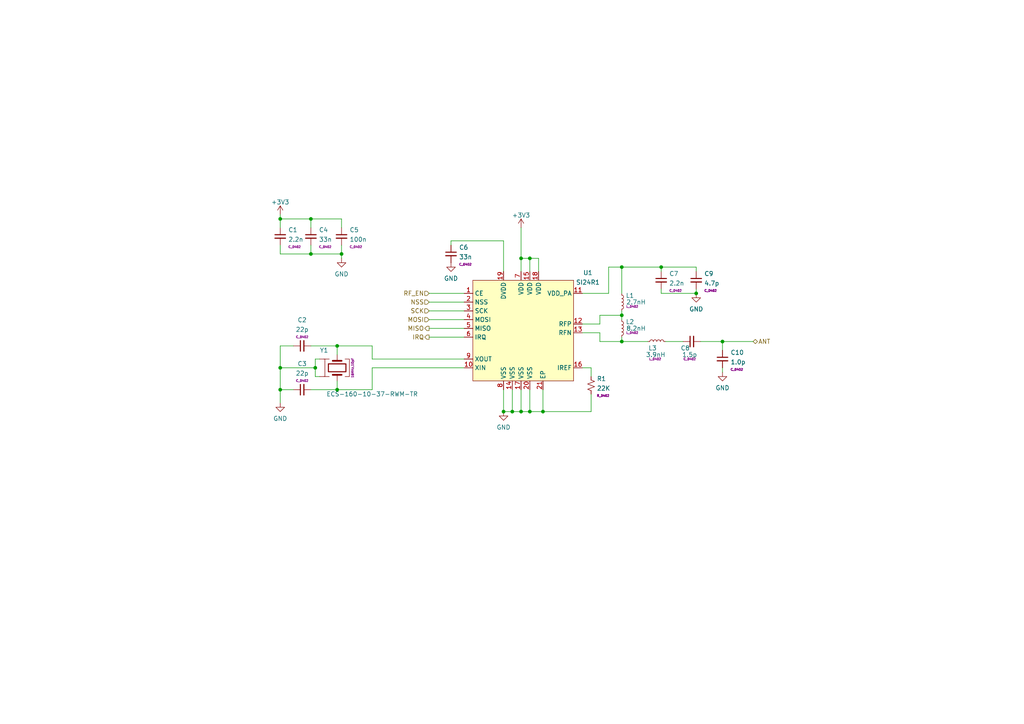
<source format=kicad_sch>
(kicad_sch (version 20211123) (generator eeschema)

  (uuid 3aa8fb0d-b354-43e3-b928-83174e118de7)

  (paper "A4")

  (lib_symbols
    (symbol "C_Capacitor:C_0402" (pin_numbers hide) (pin_names (offset 1.016)) (in_bom yes) (on_board yes)
      (property "Reference" "C" (id 0) (at 3.175 1.905 0)
        (effects (font (size 1.27 1.27)))
      )
      (property "Value" "C_0402" (id 1) (at 5.715 0 0)
        (effects (font (size 1.27 1.27)))
      )
      (property "Footprint" "C_Capacitor:C_0402" (id 2) (at -3.175 0 90)
        (effects (font (size 1.27 1.27)) hide)
      )
      (property "Datasheet" "" (id 3) (at 2.54 2.54 0)
        (effects (font (size 1.27 1.27)) hide)
      )
      (property "Size" "C_0402" (id 4) (at 4.445 -1.905 0)
        (effects (font (size 0.635 0.635)))
      )
      (symbol "C_0402_1_1"
        (polyline
          (pts
            (xy -1.524 -0.508)
            (xy 1.524 -0.508)
          )
          (stroke (width 0.3302) (type default) (color 0 0 0 0))
          (fill (type none))
        )
        (polyline
          (pts
            (xy -1.524 0.508)
            (xy 1.524 0.508)
          )
          (stroke (width 0.3048) (type default) (color 0 0 0 0))
          (fill (type none))
        )
        (pin passive line (at 0 2.54 270) (length 2.032)
          (name "~" (effects (font (size 1.27 1.27))))
          (number "1" (effects (font (size 1.27 1.27))))
        )
        (pin passive line (at 0 -2.54 90) (length 2.032)
          (name "~" (effects (font (size 1.27 1.27))))
          (number "2" (effects (font (size 1.27 1.27))))
        )
      )
    )
    (symbol "L_Inductor:L_0402" (pin_numbers hide) (pin_names hide) (in_bom yes) (on_board yes)
      (property "Reference" "L" (id 0) (at 1.905 1.27 0)
        (effects (font (size 1.27 1.27)))
      )
      (property "Value" "L_0402" (id 1) (at 5.715 -0.635 0)
        (effects (font (size 1.27 1.27)))
      )
      (property "Footprint" "L_Inductor:FB_0402" (id 2) (at 10.16 -2.54 0)
        (effects (font (size 1.27 1.27)) hide)
      )
      (property "Datasheet" "" (id 3) (at 18.415 2.54 0)
        (effects (font (size 1.27 1.27)) hide)
      )
      (property "Size" "L_0402" (id 4) (at 2.54 -2.54 0)
        (effects (font (size 0.635 0.635)))
      )
      (symbol "L_0402_0_1"
        (arc (start 0 -2.032) (mid 0.508 -1.524) (end 0 -1.016)
          (stroke (width 0) (type default) (color 0 0 0 0))
          (fill (type none))
        )
        (arc (start 0 -1.016) (mid 0.508 -0.508) (end 0 0)
          (stroke (width 0) (type default) (color 0 0 0 0))
          (fill (type none))
        )
        (arc (start 0 0) (mid 0.508 0.508) (end 0 1.016)
          (stroke (width 0) (type default) (color 0 0 0 0))
          (fill (type none))
        )
        (arc (start 0 1.016) (mid 0.508 1.524) (end 0 2.032)
          (stroke (width 0) (type default) (color 0 0 0 0))
          (fill (type none))
        )
      )
      (symbol "L_0402_1_1"
        (pin passive line (at 0 2.54 270) (length 0.508)
          (name "~" (effects (font (size 1.27 1.27))))
          (number "1" (effects (font (size 1.27 1.27))))
        )
        (pin passive line (at 0 -2.54 90) (length 0.508)
          (name "~" (effects (font (size 1.27 1.27))))
          (number "2" (effects (font (size 1.27 1.27))))
        )
      )
    )
    (symbol "R_Resistor:R_0402" (pin_numbers hide) (pin_names (offset 1.016)) (in_bom yes) (on_board yes)
      (property "Reference" "R" (id 0) (at 2.54 1.905 0)
        (effects (font (size 1.27 1.27)))
      )
      (property "Value" "R_0402" (id 1) (at 5.08 0 0)
        (effects (font (size 1.27 1.27)))
      )
      (property "Footprint" "R_Resistor:R_0402" (id 2) (at -2.54 0 90)
        (effects (font (size 1.27 1.27)) hide)
      )
      (property "Datasheet" "" (id 3) (at -2.54 -3.81 0)
        (effects (font (size 1.27 1.27)) hide)
      )
      (property "Size" "R_0402" (id 4) (at 3.81 -1.905 0)
        (effects (font (size 0.635 0.635)))
      )
      (symbol "R_0402_1_1"
        (polyline
          (pts
            (xy 0 0)
            (xy 1.016 -0.381)
            (xy 0 -0.762)
            (xy -1.016 -1.143)
            (xy 0 -1.524)
          )
          (stroke (width 0) (type default) (color 0 0 0 0))
          (fill (type none))
        )
        (polyline
          (pts
            (xy 0 1.524)
            (xy 1.016 1.143)
            (xy 0 0.762)
            (xy -1.016 0.381)
            (xy 0 0)
          )
          (stroke (width 0) (type default) (color 0 0 0 0))
          (fill (type none))
        )
        (pin passive line (at 0 2.54 270) (length 1.016)
          (name "~" (effects (font (size 1.27 1.27))))
          (number "1" (effects (font (size 1.27 1.27))))
        )
        (pin passive line (at 0 -2.54 90) (length 1.016)
          (name "~" (effects (font (size 1.27 1.27))))
          (number "2" (effects (font (size 1.27 1.27))))
        )
      )
    )
    (symbol "SI24R1_1" (in_bom yes) (on_board yes)
      (property "Reference" "U" (id 0) (at 1.27 31.75 0)
        (effects (font (size 1.27 1.27)))
      )
      (property "Value" "SI24R1_1" (id 1) (at 15.24 15.24 0)
        (effects (font (size 1.27 1.27)))
      )
      (property "Footprint" "U_IC:QFN20_05_4x4_EP" (id 2) (at 15.24 -12.7 0)
        (effects (font (size 1.27 1.27)) hide)
      )
      (property "Datasheet" "" (id 3) (at -30.48 -2.54 0)
        (effects (font (size 1.27 1.27)) hide)
      )
      (property "ki_keywords" "RF TRANSCEIVER 2.4GHZ SPI" (id 4) (at 0 0 0)
        (effects (font (size 1.27 1.27)) hide)
      )
      (property "ki_description" "RF TRANSCEIVER 2.4GHZ SPI" (id 5) (at 0 0 0)
        (effects (font (size 1.27 1.27)) hide)
      )
      (symbol "SI24R1_1_0_1"
        (rectangle (start 0 29.21) (end 29.21 0)
          (stroke (width 0.1524) (type default) (color 0 0 0 0))
          (fill (type background))
        )
      )
      (symbol "SI24R1_1_1_1"
        (pin input line (at -2.54 25.4 0) (length 2.54)
          (name "CE" (effects (font (size 1.27 1.27))))
          (number "1" (effects (font (size 1.27 1.27))))
        )
        (pin input line (at -2.54 3.81 0) (length 2.54)
          (name "XIN" (effects (font (size 1.27 1.27))))
          (number "10" (effects (font (size 1.27 1.27))))
        )
        (pin power_out line (at 31.75 25.4 180) (length 2.54)
          (name "VDD_PA" (effects (font (size 1.27 1.27))))
          (number "11" (effects (font (size 1.27 1.27))))
        )
        (pin bidirectional line (at 31.75 16.51 180) (length 2.54)
          (name "RFP" (effects (font (size 1.27 1.27))))
          (number "12" (effects (font (size 1.27 1.27))))
        )
        (pin bidirectional line (at 31.75 13.97 180) (length 2.54)
          (name "RFN" (effects (font (size 1.27 1.27))))
          (number "13" (effects (font (size 1.27 1.27))))
        )
        (pin power_in line (at 11.43 -2.54 90) (length 2.54)
          (name "VSS" (effects (font (size 1.27 1.27))))
          (number "14" (effects (font (size 1.27 1.27))))
        )
        (pin power_in line (at 16.51 31.75 270) (length 2.54)
          (name "VDD" (effects (font (size 1.27 1.27))))
          (number "15" (effects (font (size 1.27 1.27))))
        )
        (pin passive line (at 31.75 3.81 180) (length 2.54)
          (name "IREF" (effects (font (size 1.27 1.27))))
          (number "16" (effects (font (size 1.27 1.27))))
        )
        (pin power_in line (at 13.97 -2.54 90) (length 2.54)
          (name "VSS" (effects (font (size 1.27 1.27))))
          (number "17" (effects (font (size 1.27 1.27))))
        )
        (pin power_in line (at 19.05 31.75 270) (length 2.54)
          (name "VDD" (effects (font (size 1.27 1.27))))
          (number "18" (effects (font (size 1.27 1.27))))
        )
        (pin power_out line (at 8.89 31.75 270) (length 2.54)
          (name "DVDD" (effects (font (size 1.27 1.27))))
          (number "19" (effects (font (size 1.27 1.27))))
        )
        (pin input line (at -2.54 22.86 0) (length 2.54)
          (name "NSS" (effects (font (size 1.27 1.27))))
          (number "2" (effects (font (size 1.27 1.27))))
        )
        (pin power_in line (at 16.51 -2.54 90) (length 2.54)
          (name "VSS" (effects (font (size 1.27 1.27))))
          (number "20" (effects (font (size 1.27 1.27))))
        )
        (pin power_in line (at 20.32 -2.54 90) (length 2.54)
          (name "EP" (effects (font (size 1.27 1.27))))
          (number "21" (effects (font (size 1.27 1.27))))
        )
        (pin input line (at -2.54 20.32 0) (length 2.54)
          (name "SCK" (effects (font (size 1.27 1.27))))
          (number "3" (effects (font (size 1.27 1.27))))
        )
        (pin input line (at -2.54 17.78 0) (length 2.54)
          (name "MOSI" (effects (font (size 1.27 1.27))))
          (number "4" (effects (font (size 1.27 1.27))))
        )
        (pin output line (at -2.54 15.24 0) (length 2.54)
          (name "MISO" (effects (font (size 1.27 1.27))))
          (number "5" (effects (font (size 1.27 1.27))))
        )
        (pin output line (at -2.54 12.7 0) (length 2.54)
          (name "IRQ" (effects (font (size 1.27 1.27))))
          (number "6" (effects (font (size 1.27 1.27))))
        )
        (pin power_in line (at 13.97 31.75 270) (length 2.54)
          (name "VDD" (effects (font (size 1.27 1.27))))
          (number "7" (effects (font (size 1.27 1.27))))
        )
        (pin power_in line (at 8.89 -2.54 90) (length 2.54)
          (name "VSS" (effects (font (size 1.27 1.27))))
          (number "8" (effects (font (size 1.27 1.27))))
        )
        (pin output line (at -2.54 6.35 0) (length 2.54)
          (name "XOUT" (effects (font (size 1.27 1.27))))
          (number "9" (effects (font (size 1.27 1.27))))
        )
      )
    )
    (symbol "Y_Oscillator:ECS-160-10-37-RWM-TR" (pin_numbers hide) (pin_names hide) (in_bom yes) (on_board yes)
      (property "Reference" "Y" (id 0) (at -1.905 6.35 0)
        (effects (font (size 1.27 1.27)))
      )
      (property "Value" "ECS-160-10-37-RWM-TR" (id 1) (at 0 4.445 0)
        (effects (font (size 1.27 1.27)))
      )
      (property "Footprint" "Y_Oscillator:Crystal_SMD4_2.0x1.6" (id 2) (at 0 -12.065 0)
        (effects (font (size 1.27 1.27)) hide)
      )
      (property "Datasheet" "" (id 3) (at -19.05 5.08 0)
        (effects (font (size 1.27 1.27)) hide)
      )
      (property "Params" "16MHz,10pF" (id 4) (at 6.35 2.54 0)
        (effects (font (size 0.63 0.63)))
      )
      (property "ki_keywords" "CRYSTAL 16.0000MHZ 10PF SMD" (id 5) (at 0 0 0)
        (effects (font (size 1.27 1.27)) hide)
      )
      (property "ki_description" "CRYSTAL 16.0000MHZ 10PF SMD" (id 6) (at 0 0 0)
        (effects (font (size 1.27 1.27)) hide)
      )
      (symbol "ECS-160-10-37-RWM-TR_0_1"
        (rectangle (start -1.143 2.54) (end 1.143 -2.54)
          (stroke (width 0.3048) (type default) (color 0 0 0 0))
          (fill (type none))
        )
        (polyline
          (pts
            (xy -2.54 -3.81)
            (xy -2.54 -3.556)
          )
          (stroke (width 0) (type default) (color 0 0 0 0))
          (fill (type none))
        )
        (polyline
          (pts
            (xy -2.54 0)
            (xy -2.032 0)
          )
          (stroke (width 0) (type default) (color 0 0 0 0))
          (fill (type none))
        )
        (polyline
          (pts
            (xy -2.032 -1.27)
            (xy -2.032 1.27)
          )
          (stroke (width 0.508) (type default) (color 0 0 0 0))
          (fill (type none))
        )
        (polyline
          (pts
            (xy 2.032 -1.27)
            (xy 2.032 1.27)
          )
          (stroke (width 0.508) (type default) (color 0 0 0 0))
          (fill (type none))
        )
        (polyline
          (pts
            (xy 2.032 0)
            (xy 2.54 0)
          )
          (stroke (width 0) (type default) (color 0 0 0 0))
          (fill (type none))
        )
        (polyline
          (pts
            (xy 2.54 -3.81)
            (xy 2.54 -3.556)
          )
          (stroke (width 0) (type default) (color 0 0 0 0))
          (fill (type none))
        )
        (polyline
          (pts
            (xy -2.54 -2.286)
            (xy -2.54 -3.556)
            (xy 2.54 -3.556)
            (xy 2.54 -2.286)
          )
          (stroke (width 0) (type default) (color 0 0 0 0))
          (fill (type none))
        )
        (polyline
          (pts
            (xy -2.54 2.286)
            (xy -2.54 3.556)
            (xy 2.54 3.556)
            (xy 2.54 2.286)
          )
          (stroke (width 0) (type default) (color 0 0 0 0))
          (fill (type none))
        )
      )
      (symbol "ECS-160-10-37-RWM-TR_1_1"
        (pin passive line (at -3.81 0 0) (length 1.27)
          (name "1" (effects (font (size 1.27 1.27))))
          (number "1" (effects (font (size 1.27 1.27))))
        )
        (pin passive line (at 2.54 -5.08 90) (length 1.27)
          (name "2" (effects (font (size 1.27 1.27))))
          (number "2" (effects (font (size 1.27 1.27))))
        )
        (pin passive line (at 3.81 0 180) (length 1.27)
          (name "3" (effects (font (size 1.27 1.27))))
          (number "3" (effects (font (size 1.27 1.27))))
        )
        (pin passive line (at -2.54 -5.08 90) (length 1.27)
          (name "4" (effects (font (size 1.27 1.27))))
          (number "4" (effects (font (size 1.27 1.27))))
        )
      )
    )
    (symbol "power:+3V3" (power) (pin_names (offset 0)) (in_bom yes) (on_board yes)
      (property "Reference" "#PWR" (id 0) (at 0 -3.81 0)
        (effects (font (size 1.27 1.27)) hide)
      )
      (property "Value" "+3V3" (id 1) (at 0 3.556 0)
        (effects (font (size 1.27 1.27)))
      )
      (property "Footprint" "" (id 2) (at 0 0 0)
        (effects (font (size 1.27 1.27)) hide)
      )
      (property "Datasheet" "" (id 3) (at 0 0 0)
        (effects (font (size 1.27 1.27)) hide)
      )
      (property "ki_keywords" "power-flag" (id 4) (at 0 0 0)
        (effects (font (size 1.27 1.27)) hide)
      )
      (property "ki_description" "Power symbol creates a global label with name \"+3V3\"" (id 5) (at 0 0 0)
        (effects (font (size 1.27 1.27)) hide)
      )
      (symbol "+3V3_0_1"
        (polyline
          (pts
            (xy -0.762 1.27)
            (xy 0 2.54)
          )
          (stroke (width 0) (type default) (color 0 0 0 0))
          (fill (type none))
        )
        (polyline
          (pts
            (xy 0 0)
            (xy 0 2.54)
          )
          (stroke (width 0) (type default) (color 0 0 0 0))
          (fill (type none))
        )
        (polyline
          (pts
            (xy 0 2.54)
            (xy 0.762 1.27)
          )
          (stroke (width 0) (type default) (color 0 0 0 0))
          (fill (type none))
        )
      )
      (symbol "+3V3_1_1"
        (pin power_in line (at 0 0 90) (length 0) hide
          (name "+3V3" (effects (font (size 1.27 1.27))))
          (number "1" (effects (font (size 1.27 1.27))))
        )
      )
    )
    (symbol "power:GND" (power) (pin_names (offset 0)) (in_bom yes) (on_board yes)
      (property "Reference" "#PWR" (id 0) (at 0 -6.35 0)
        (effects (font (size 1.27 1.27)) hide)
      )
      (property "Value" "GND" (id 1) (at 0 -3.81 0)
        (effects (font (size 1.27 1.27)))
      )
      (property "Footprint" "" (id 2) (at 0 0 0)
        (effects (font (size 1.27 1.27)) hide)
      )
      (property "Datasheet" "" (id 3) (at 0 0 0)
        (effects (font (size 1.27 1.27)) hide)
      )
      (property "ki_keywords" "power-flag" (id 4) (at 0 0 0)
        (effects (font (size 1.27 1.27)) hide)
      )
      (property "ki_description" "Power symbol creates a global label with name \"GND\" , ground" (id 5) (at 0 0 0)
        (effects (font (size 1.27 1.27)) hide)
      )
      (symbol "GND_0_1"
        (polyline
          (pts
            (xy 0 0)
            (xy 0 -1.27)
            (xy 1.27 -1.27)
            (xy 0 -2.54)
            (xy -1.27 -1.27)
            (xy 0 -1.27)
          )
          (stroke (width 0) (type default) (color 0 0 0 0))
          (fill (type none))
        )
      )
      (symbol "GND_1_1"
        (pin power_in line (at 0 0 270) (length 0) hide
          (name "GND" (effects (font (size 1.27 1.27))))
          (number "1" (effects (font (size 1.27 1.27))))
        )
      )
    )
  )

  (junction (at 151.13 74.93) (diameter 0) (color 0 0 0 0)
    (uuid 0400bf52-195e-4344-880d-62ee2e509a8c)
  )
  (junction (at 151.13 119.38) (diameter 0) (color 0 0 0 0)
    (uuid 06fef8fb-46a9-46af-b001-b4456997cefe)
  )
  (junction (at 157.48 119.38) (diameter 0) (color 0 0 0 0)
    (uuid 31840468-7e18-4542-b0a7-712437508b08)
  )
  (junction (at 153.67 74.93) (diameter 0) (color 0 0 0 0)
    (uuid 3729cb0a-7a87-4598-af5b-7c09185f3d39)
  )
  (junction (at 81.28 106.68) (diameter 0) (color 0 0 0 0)
    (uuid 42d8d113-eb50-4bbd-9509-f972935b17ab)
  )
  (junction (at 180.34 99.06) (diameter 0) (color 0 0 0 0)
    (uuid 6f8e00ab-6b0b-4c74-add6-ea89fee7ae7b)
  )
  (junction (at 180.34 91.44) (diameter 0) (color 0 0 0 0)
    (uuid 744e1980-d5ea-4ef4-b058-4a39586454c5)
  )
  (junction (at 209.55 99.06) (diameter 0) (color 0 0 0 0)
    (uuid 76dae79c-7f8f-4211-856b-c825fcc8e42f)
  )
  (junction (at 146.05 119.38) (diameter 0) (color 0 0 0 0)
    (uuid 786a919d-5dbb-4620-82b7-16b4801c850e)
  )
  (junction (at 90.17 63.5) (diameter 0) (color 0 0 0 0)
    (uuid 7c6c3019-9492-41e7-a957-174cf62e8c85)
  )
  (junction (at 81.28 113.03) (diameter 0) (color 0 0 0 0)
    (uuid 865a3b79-eb74-4395-ad45-6d7e735616aa)
  )
  (junction (at 191.77 77.47) (diameter 0) (color 0 0 0 0)
    (uuid 86d1b050-5d9e-4174-95aa-806dc6fb1e10)
  )
  (junction (at 81.28 63.5) (diameter 0) (color 0 0 0 0)
    (uuid 8f8166c4-da69-4029-a787-fe77d530e960)
  )
  (junction (at 153.67 119.38) (diameter 0) (color 0 0 0 0)
    (uuid 9584e070-5171-442b-9a38-2d5ac7ba8965)
  )
  (junction (at 91.44 106.68) (diameter 0) (color 0 0 0 0)
    (uuid 9cdc3268-8b46-4d2e-b8ad-82744f360d6a)
  )
  (junction (at 97.79 100.33) (diameter 0) (color 0 0 0 0)
    (uuid 9fdbfca3-bf09-4eab-9807-5ea4b61fc988)
  )
  (junction (at 148.59 119.38) (diameter 0) (color 0 0 0 0)
    (uuid a9f1bb0d-4771-4e8b-9b2c-1a52e71053d3)
  )
  (junction (at 201.93 85.09) (diameter 0) (color 0 0 0 0)
    (uuid b410ab6f-23b0-4627-9635-2f9587b361c9)
  )
  (junction (at 90.17 73.66) (diameter 0) (color 0 0 0 0)
    (uuid cfee64d7-bd89-4c75-a99b-ec0f6319e22f)
  )
  (junction (at 180.34 77.47) (diameter 0) (color 0 0 0 0)
    (uuid e6f6b880-1ec3-432c-a284-769a963c4b31)
  )
  (junction (at 97.79 113.03) (diameter 0) (color 0 0 0 0)
    (uuid ea2bec7e-1ee5-413d-95ea-3da957a8faae)
  )
  (junction (at 99.06 73.66) (diameter 0) (color 0 0 0 0)
    (uuid f7e16d63-0f29-48ef-ae61-f375a051eaaa)
  )

  (wire (pts (xy 124.46 87.63) (xy 134.62 87.63))
    (stroke (width 0) (type default) (color 0 0 0 0))
    (uuid 0ac717c2-56b2-4e13-8fe7-3e923342cfa5)
  )
  (wire (pts (xy 180.34 99.06) (xy 180.34 97.79))
    (stroke (width 0) (type default) (color 0 0 0 0))
    (uuid 0be811e7-98ed-4ecd-93e6-9cc651e0f9e9)
  )
  (wire (pts (xy 91.44 109.22) (xy 91.44 106.68))
    (stroke (width 0) (type default) (color 0 0 0 0))
    (uuid 0cbd515c-5d0c-43e1-b296-2bfeea2258cd)
  )
  (wire (pts (xy 180.34 99.06) (xy 173.99 99.06))
    (stroke (width 0) (type default) (color 0 0 0 0))
    (uuid 0eb3c341-6c86-4068-9185-1c6763ec2f2e)
  )
  (wire (pts (xy 151.13 66.04) (xy 151.13 74.93))
    (stroke (width 0) (type default) (color 0 0 0 0))
    (uuid 129e8450-3c22-4e63-b4a1-1a0a92b4aefe)
  )
  (wire (pts (xy 99.06 63.5) (xy 90.17 63.5))
    (stroke (width 0) (type default) (color 0 0 0 0))
    (uuid 1441d783-41a6-4244-8c44-d80b8a8e6995)
  )
  (wire (pts (xy 107.95 104.14) (xy 134.62 104.14))
    (stroke (width 0) (type default) (color 0 0 0 0))
    (uuid 176de166-593c-4d73-a813-27d045931c52)
  )
  (wire (pts (xy 81.28 113.03) (xy 85.09 113.03))
    (stroke (width 0) (type default) (color 0 0 0 0))
    (uuid 1cfdb221-74c6-442a-9ee9-fa2cbcafb77d)
  )
  (wire (pts (xy 171.45 109.22) (xy 171.45 106.68))
    (stroke (width 0) (type default) (color 0 0 0 0))
    (uuid 1dbb5d41-5b7b-4a78-916b-792a98844ef5)
  )
  (wire (pts (xy 81.28 116.84) (xy 81.28 113.03))
    (stroke (width 0) (type default) (color 0 0 0 0))
    (uuid 1e647be2-6f1d-4225-8360-126da9b26c44)
  )
  (wire (pts (xy 173.99 91.44) (xy 180.34 91.44))
    (stroke (width 0) (type default) (color 0 0 0 0))
    (uuid 1f3ab16f-11bd-4c10-9f6b-9e3cbc375674)
  )
  (wire (pts (xy 92.71 109.22) (xy 91.44 109.22))
    (stroke (width 0) (type default) (color 0 0 0 0))
    (uuid 1f420c4a-04c0-4be7-980c-ae29b3a551e3)
  )
  (wire (pts (xy 97.79 100.33) (xy 107.95 100.33))
    (stroke (width 0) (type default) (color 0 0 0 0))
    (uuid 1fffe109-ab42-4e92-9cc4-a8d092433b23)
  )
  (wire (pts (xy 124.46 97.79) (xy 134.62 97.79))
    (stroke (width 0) (type default) (color 0 0 0 0))
    (uuid 29a269c1-bdef-490e-a770-c4cad25fd606)
  )
  (wire (pts (xy 191.77 85.09) (xy 191.77 83.82))
    (stroke (width 0) (type default) (color 0 0 0 0))
    (uuid 2ceba401-01f2-4b68-a46f-5a2c69ac3cc0)
  )
  (wire (pts (xy 91.44 104.14) (xy 92.71 104.14))
    (stroke (width 0) (type default) (color 0 0 0 0))
    (uuid 2e17f166-52b0-46eb-99ba-4b9b4bda0d61)
  )
  (wire (pts (xy 173.99 99.06) (xy 173.99 96.52))
    (stroke (width 0) (type default) (color 0 0 0 0))
    (uuid 33a38be8-f338-4562-afbe-79f99098853d)
  )
  (wire (pts (xy 81.28 106.68) (xy 91.44 106.68))
    (stroke (width 0) (type default) (color 0 0 0 0))
    (uuid 33d10c7d-ffc5-41de-ad8b-0cf00577c5b7)
  )
  (wire (pts (xy 176.53 85.09) (xy 176.53 77.47))
    (stroke (width 0) (type default) (color 0 0 0 0))
    (uuid 38574012-2e3c-45d8-b735-5672dff437fb)
  )
  (wire (pts (xy 173.99 93.98) (xy 173.99 91.44))
    (stroke (width 0) (type default) (color 0 0 0 0))
    (uuid 39e6d7e0-5d5e-4ed7-a7e6-3123e3a53601)
  )
  (wire (pts (xy 156.21 74.93) (xy 153.67 74.93))
    (stroke (width 0) (type default) (color 0 0 0 0))
    (uuid 3b21822d-c8c7-4aad-8f22-6cfc82e38f86)
  )
  (wire (pts (xy 201.93 85.09) (xy 201.93 83.82))
    (stroke (width 0) (type default) (color 0 0 0 0))
    (uuid 410e89d9-935c-4aef-851e-01e73ea29f1d)
  )
  (wire (pts (xy 209.55 99.06) (xy 218.44 99.06))
    (stroke (width 0) (type default) (color 0 0 0 0))
    (uuid 44e90aa1-4fbc-4550-b436-9d5b0df5df62)
  )
  (wire (pts (xy 203.2 99.06) (xy 209.55 99.06))
    (stroke (width 0) (type default) (color 0 0 0 0))
    (uuid 46e537b3-8eba-4ed5-bccf-22e46ff8513e)
  )
  (wire (pts (xy 193.04 99.06) (xy 198.12 99.06))
    (stroke (width 0) (type default) (color 0 0 0 0))
    (uuid 480ddfe0-5d39-48bc-9396-c216223ef2ba)
  )
  (wire (pts (xy 153.67 119.38) (xy 151.13 119.38))
    (stroke (width 0) (type default) (color 0 0 0 0))
    (uuid 48e2f30c-23fc-4f2a-9da3-64793ef54b39)
  )
  (wire (pts (xy 124.46 90.17) (xy 134.62 90.17))
    (stroke (width 0) (type default) (color 0 0 0 0))
    (uuid 48fb9f7a-6f05-44ad-b93b-9ca5f0dac016)
  )
  (wire (pts (xy 176.53 77.47) (xy 180.34 77.47))
    (stroke (width 0) (type default) (color 0 0 0 0))
    (uuid 4a6c14f0-021e-4bf5-a140-c8d00e7aae2e)
  )
  (wire (pts (xy 151.13 74.93) (xy 151.13 78.74))
    (stroke (width 0) (type default) (color 0 0 0 0))
    (uuid 4c36417d-699f-42a3-b03b-650fff1f3922)
  )
  (wire (pts (xy 209.55 99.06) (xy 209.55 101.6))
    (stroke (width 0) (type default) (color 0 0 0 0))
    (uuid 4e1fb6c5-b025-4be2-ab85-2205f537db70)
  )
  (wire (pts (xy 124.46 85.09) (xy 134.62 85.09))
    (stroke (width 0) (type default) (color 0 0 0 0))
    (uuid 51a8d2d2-20da-4ab2-8235-f1250b9acb90)
  )
  (wire (pts (xy 90.17 66.04) (xy 90.17 63.5))
    (stroke (width 0) (type default) (color 0 0 0 0))
    (uuid 521a92d0-82dd-4b66-a378-92c07088e80e)
  )
  (wire (pts (xy 107.95 113.03) (xy 107.95 106.68))
    (stroke (width 0) (type default) (color 0 0 0 0))
    (uuid 5246a6e5-efcc-4b71-8471-c12ff83b8377)
  )
  (wire (pts (xy 146.05 113.03) (xy 146.05 119.38))
    (stroke (width 0) (type default) (color 0 0 0 0))
    (uuid 538f570c-df1b-4771-8177-0081d57f73de)
  )
  (wire (pts (xy 81.28 62.23) (xy 81.28 63.5))
    (stroke (width 0) (type default) (color 0 0 0 0))
    (uuid 54197e14-7431-4ad5-ac53-1d33c6160887)
  )
  (wire (pts (xy 90.17 113.03) (xy 97.79 113.03))
    (stroke (width 0) (type default) (color 0 0 0 0))
    (uuid 5631e347-5e99-4488-884c-62d2cd190930)
  )
  (wire (pts (xy 180.34 77.47) (xy 180.34 85.09))
    (stroke (width 0) (type default) (color 0 0 0 0))
    (uuid 5664b389-cf06-4a5a-a205-d6c9c61c76d5)
  )
  (wire (pts (xy 191.77 78.74) (xy 191.77 77.47))
    (stroke (width 0) (type default) (color 0 0 0 0))
    (uuid 5a6e08ec-a1f4-47b5-b378-8588f60b9bd4)
  )
  (wire (pts (xy 191.77 85.09) (xy 201.93 85.09))
    (stroke (width 0) (type default) (color 0 0 0 0))
    (uuid 607ed478-f552-452d-9b6e-9e50f8af1db6)
  )
  (wire (pts (xy 151.13 113.03) (xy 151.13 119.38))
    (stroke (width 0) (type default) (color 0 0 0 0))
    (uuid 6467af13-3edc-4e56-b9e5-4495e062a8a3)
  )
  (wire (pts (xy 171.45 114.3) (xy 171.45 119.38))
    (stroke (width 0) (type default) (color 0 0 0 0))
    (uuid 65de0dae-6cfc-4e92-9f00-c344bd69f316)
  )
  (wire (pts (xy 81.28 71.12) (xy 81.28 73.66))
    (stroke (width 0) (type default) (color 0 0 0 0))
    (uuid 6762bc66-d699-4a19-b39f-5a373ba0c22b)
  )
  (wire (pts (xy 187.96 99.06) (xy 180.34 99.06))
    (stroke (width 0) (type default) (color 0 0 0 0))
    (uuid 6b0f6d68-206b-43b6-a778-d5e40421bf59)
  )
  (wire (pts (xy 97.79 113.03) (xy 107.95 113.03))
    (stroke (width 0) (type default) (color 0 0 0 0))
    (uuid 737611fe-ef68-477a-9c27-5f06e19565e6)
  )
  (wire (pts (xy 130.81 69.85) (xy 146.05 69.85))
    (stroke (width 0) (type default) (color 0 0 0 0))
    (uuid 78e0d6f5-e849-40a2-92f0-5db79731188f)
  )
  (wire (pts (xy 146.05 69.85) (xy 146.05 78.74))
    (stroke (width 0) (type default) (color 0 0 0 0))
    (uuid 7cc95142-2e24-4e8f-bb9f-162b6741e540)
  )
  (wire (pts (xy 171.45 106.68) (xy 168.91 106.68))
    (stroke (width 0) (type default) (color 0 0 0 0))
    (uuid 7e81487a-d992-4b8b-8754-22ac074069e8)
  )
  (wire (pts (xy 91.44 106.68) (xy 91.44 104.14))
    (stroke (width 0) (type default) (color 0 0 0 0))
    (uuid 84af6628-acf7-4215-bf3e-c828d0d76d25)
  )
  (wire (pts (xy 90.17 73.66) (xy 99.06 73.66))
    (stroke (width 0) (type default) (color 0 0 0 0))
    (uuid 880017f8-04c3-4354-9022-bd8b1065f317)
  )
  (wire (pts (xy 124.46 92.71) (xy 134.62 92.71))
    (stroke (width 0) (type default) (color 0 0 0 0))
    (uuid 94701013-315f-4b60-8b4c-e8730c41d276)
  )
  (wire (pts (xy 201.93 78.74) (xy 201.93 77.47))
    (stroke (width 0) (type default) (color 0 0 0 0))
    (uuid 9b14b079-1c9c-4513-a0ec-2f3cd7e45c7b)
  )
  (wire (pts (xy 90.17 100.33) (xy 97.79 100.33))
    (stroke (width 0) (type default) (color 0 0 0 0))
    (uuid 9be396f1-1b40-4ba4-8a4c-47efa9ffe949)
  )
  (wire (pts (xy 168.91 85.09) (xy 176.53 85.09))
    (stroke (width 0) (type default) (color 0 0 0 0))
    (uuid 9d1e1890-a52b-4207-b594-9a78c5985d69)
  )
  (wire (pts (xy 180.34 77.47) (xy 191.77 77.47))
    (stroke (width 0) (type default) (color 0 0 0 0))
    (uuid 9eb09fff-44e9-48a7-afd3-dffeac5fba58)
  )
  (wire (pts (xy 151.13 119.38) (xy 148.59 119.38))
    (stroke (width 0) (type default) (color 0 0 0 0))
    (uuid a4442dc5-8d21-451e-a45c-c4e2e83db7e5)
  )
  (wire (pts (xy 148.59 113.03) (xy 148.59 119.38))
    (stroke (width 0) (type default) (color 0 0 0 0))
    (uuid a71f88c3-0749-4caa-aad9-82dcd4dcccdb)
  )
  (wire (pts (xy 130.81 71.12) (xy 130.81 69.85))
    (stroke (width 0) (type default) (color 0 0 0 0))
    (uuid aa211e3a-e3ac-4a0d-851d-d46d63fefe49)
  )
  (wire (pts (xy 153.67 74.93) (xy 151.13 74.93))
    (stroke (width 0) (type default) (color 0 0 0 0))
    (uuid ac6020c5-3563-43a0-87c4-23224a8a6924)
  )
  (wire (pts (xy 153.67 113.03) (xy 153.67 119.38))
    (stroke (width 0) (type default) (color 0 0 0 0))
    (uuid b038ea46-c9c6-4573-99a9-26216b62db3b)
  )
  (wire (pts (xy 156.21 78.74) (xy 156.21 74.93))
    (stroke (width 0) (type default) (color 0 0 0 0))
    (uuid b8676e1b-c431-46ee-b190-f098975881d5)
  )
  (wire (pts (xy 90.17 71.12) (xy 90.17 73.66))
    (stroke (width 0) (type default) (color 0 0 0 0))
    (uuid b9531f15-0c04-404d-994d-470a1f101bec)
  )
  (wire (pts (xy 201.93 77.47) (xy 191.77 77.47))
    (stroke (width 0) (type default) (color 0 0 0 0))
    (uuid ba043bd2-a9e7-4b36-9dec-93e3ab7cc158)
  )
  (wire (pts (xy 90.17 63.5) (xy 81.28 63.5))
    (stroke (width 0) (type default) (color 0 0 0 0))
    (uuid c0a736d5-e4b8-4462-b9f1-2b4029df637a)
  )
  (wire (pts (xy 99.06 66.04) (xy 99.06 63.5))
    (stroke (width 0) (type default) (color 0 0 0 0))
    (uuid c151af36-b3c5-4a15-b91f-c2d2c30a999d)
  )
  (wire (pts (xy 107.95 100.33) (xy 107.95 104.14))
    (stroke (width 0) (type default) (color 0 0 0 0))
    (uuid c52e5f23-3a46-44dc-85a2-7c0795dee45a)
  )
  (wire (pts (xy 107.95 106.68) (xy 134.62 106.68))
    (stroke (width 0) (type default) (color 0 0 0 0))
    (uuid c89b31ee-b2da-4634-8b42-2b196e74d07f)
  )
  (wire (pts (xy 148.59 119.38) (xy 146.05 119.38))
    (stroke (width 0) (type default) (color 0 0 0 0))
    (uuid c9eeb540-9a53-4bdb-a565-54b4dc2077d4)
  )
  (wire (pts (xy 81.28 100.33) (xy 85.09 100.33))
    (stroke (width 0) (type default) (color 0 0 0 0))
    (uuid d03935df-787b-45e7-9e7b-75c4987743b6)
  )
  (wire (pts (xy 157.48 113.03) (xy 157.48 119.38))
    (stroke (width 0) (type default) (color 0 0 0 0))
    (uuid d2482bfe-8bfb-4629-9e4a-088e65cd26ee)
  )
  (wire (pts (xy 180.34 90.17) (xy 180.34 91.44))
    (stroke (width 0) (type default) (color 0 0 0 0))
    (uuid d3eace43-90a5-4d01-973d-bb80b351f031)
  )
  (wire (pts (xy 171.45 119.38) (xy 157.48 119.38))
    (stroke (width 0) (type default) (color 0 0 0 0))
    (uuid d5fc3cee-2140-400c-87e3-1649c43d7698)
  )
  (wire (pts (xy 81.28 106.68) (xy 81.28 113.03))
    (stroke (width 0) (type default) (color 0 0 0 0))
    (uuid d66f05ac-4818-4559-99c1-d5694f9b0b25)
  )
  (wire (pts (xy 99.06 71.12) (xy 99.06 73.66))
    (stroke (width 0) (type default) (color 0 0 0 0))
    (uuid d9b84901-644b-4501-b489-542df87274ed)
  )
  (wire (pts (xy 180.34 91.44) (xy 180.34 92.71))
    (stroke (width 0) (type default) (color 0 0 0 0))
    (uuid dab4c520-303c-44eb-99ce-f4605fdd7f57)
  )
  (wire (pts (xy 157.48 119.38) (xy 153.67 119.38))
    (stroke (width 0) (type default) (color 0 0 0 0))
    (uuid dfe4058b-0d5a-483c-8c36-fe8fd555d01a)
  )
  (wire (pts (xy 209.55 106.68) (xy 209.55 107.95))
    (stroke (width 0) (type default) (color 0 0 0 0))
    (uuid e13e40d9-5818-449a-89a6-a85c6c594c86)
  )
  (wire (pts (xy 97.79 102.87) (xy 97.79 100.33))
    (stroke (width 0) (type default) (color 0 0 0 0))
    (uuid e4c6a9a7-a140-4f7d-81ce-6904b9fd0b58)
  )
  (wire (pts (xy 168.91 93.98) (xy 173.99 93.98))
    (stroke (width 0) (type default) (color 0 0 0 0))
    (uuid e591b454-090e-4156-9dc5-05aed6b75f6f)
  )
  (wire (pts (xy 99.06 73.66) (xy 99.06 74.93))
    (stroke (width 0) (type default) (color 0 0 0 0))
    (uuid ec8ba6f9-075f-4c72-84cb-cd462c0279fd)
  )
  (wire (pts (xy 81.28 63.5) (xy 81.28 66.04))
    (stroke (width 0) (type default) (color 0 0 0 0))
    (uuid ec8e7cf9-4cd1-405c-8fdd-38917a2b4c9d)
  )
  (wire (pts (xy 81.28 100.33) (xy 81.28 106.68))
    (stroke (width 0) (type default) (color 0 0 0 0))
    (uuid eeed92da-a634-4c40-a015-165d9d1eb5d7)
  )
  (wire (pts (xy 173.99 96.52) (xy 168.91 96.52))
    (stroke (width 0) (type default) (color 0 0 0 0))
    (uuid f1e6cd39-41b9-4acb-96c3-443f6eb6ddba)
  )
  (wire (pts (xy 97.79 110.49) (xy 97.79 113.03))
    (stroke (width 0) (type default) (color 0 0 0 0))
    (uuid f50a62bb-89a6-49ea-82fb-01c957bc244a)
  )
  (wire (pts (xy 124.46 95.25) (xy 134.62 95.25))
    (stroke (width 0) (type default) (color 0 0 0 0))
    (uuid f80485ee-e49f-4e8f-b5a6-83b2e7eb6176)
  )
  (wire (pts (xy 153.67 78.74) (xy 153.67 74.93))
    (stroke (width 0) (type default) (color 0 0 0 0))
    (uuid fc3411a4-649d-46f5-929b-eb64d3e384dc)
  )
  (wire (pts (xy 81.28 73.66) (xy 90.17 73.66))
    (stroke (width 0) (type default) (color 0 0 0 0))
    (uuid ff452661-8da7-4a79-8150-10e485b8de23)
  )

  (hierarchical_label "MOSI" (shape input) (at 124.46 92.71 180)
    (effects (font (size 1.27 1.27)) (justify right))
    (uuid 05614399-016b-4558-a39f-6d0b609413d2)
  )
  (hierarchical_label "ANT" (shape bidirectional) (at 218.44 99.06 0)
    (effects (font (size 1.27 1.27)) (justify left))
    (uuid 11af8978-ee2b-4976-bd4d-025a96c0502b)
  )
  (hierarchical_label "RF_EN" (shape input) (at 124.46 85.09 180)
    (effects (font (size 1.27 1.27)) (justify right))
    (uuid 4c0d7d61-3271-41bd-ae82-fc03799f8c4f)
  )
  (hierarchical_label "IRQ" (shape output) (at 124.46 97.79 180)
    (effects (font (size 1.27 1.27)) (justify right))
    (uuid 4e695292-b3ca-498a-89b2-45a3b9ac8bd6)
  )
  (hierarchical_label "NSS" (shape input) (at 124.46 87.63 180)
    (effects (font (size 1.27 1.27)) (justify right))
    (uuid 97028a76-fa66-4bd1-9ab8-d713974760b6)
  )
  (hierarchical_label "SCK" (shape input) (at 124.46 90.17 180)
    (effects (font (size 1.27 1.27)) (justify right))
    (uuid bc543f25-3143-4229-abf8-9d8804484adc)
  )
  (hierarchical_label "MISO" (shape output) (at 124.46 95.25 180)
    (effects (font (size 1.27 1.27)) (justify right))
    (uuid cecbd09c-f940-4b8f-aef1-586db2ed55a1)
  )

  (symbol (lib_id "L_Inductor:L_0402") (at 190.5 99.06 90) (unit 1)
    (in_bom yes) (on_board yes)
    (uuid 12a9edfc-8e12-4580-baa0-cc8108d2bc66)
    (property "Reference" "L3" (id 0) (at 190.5 100.965 90)
      (effects (font (size 1.27 1.27)) (justify left))
    )
    (property "Value" "3.9nH" (id 1) (at 193.04 102.87 90)
      (effects (font (size 1.27 1.27)) (justify left))
    )
    (property "Footprint" "L_Inductor:FB_0402" (id 2) (at 193.04 88.9 0)
      (effects (font (size 1.27 1.27)) hide)
    )
    (property "Datasheet" "" (id 3) (at 187.96 80.645 0)
      (effects (font (size 1.27 1.27)) hide)
    )
    (property "Size" "L_0402" (id 4) (at 191.77 104.14 90)
      (effects (font (size 0.635 0.635)) (justify left))
    )
    (pin "1" (uuid 039f947d-a18d-463b-86e8-a106d270852e))
    (pin "2" (uuid ae5e2cbb-e649-4e08-9222-2c4628d097a9))
  )

  (symbol (lib_id "power:GND") (at 99.06 74.93 0) (unit 1)
    (in_bom yes) (on_board yes) (fields_autoplaced)
    (uuid 17e77a87-5a56-4cbb-891f-ce588b7885ef)
    (property "Reference" "#PWR05" (id 0) (at 99.06 81.28 0)
      (effects (font (size 1.27 1.27)) hide)
    )
    (property "Value" "GND" (id 1) (at 99.06 79.4925 0))
    (property "Footprint" "" (id 2) (at 99.06 74.93 0)
      (effects (font (size 1.27 1.27)) hide)
    )
    (property "Datasheet" "" (id 3) (at 99.06 74.93 0)
      (effects (font (size 1.27 1.27)) hide)
    )
    (pin "1" (uuid 233eafe3-bf71-4703-96d3-f75b36a08ecb))
  )

  (symbol (lib_id "power:+3V3") (at 151.13 66.04 0) (unit 1)
    (in_bom yes) (on_board yes) (fields_autoplaced)
    (uuid 26005005-e6b3-4c62-911a-cce71ce4875b)
    (property "Reference" "#PWR08" (id 0) (at 151.13 69.85 0)
      (effects (font (size 1.27 1.27)) hide)
    )
    (property "Value" "+3V3" (id 1) (at 151.13 62.4355 0))
    (property "Footprint" "" (id 2) (at 151.13 66.04 0)
      (effects (font (size 1.27 1.27)) hide)
    )
    (property "Datasheet" "" (id 3) (at 151.13 66.04 0)
      (effects (font (size 1.27 1.27)) hide)
    )
    (pin "1" (uuid 628fced0-ba5e-4287-9f08-c8c3d75a81ed))
  )

  (symbol (lib_id "L_Inductor:L_0402") (at 180.34 87.63 0) (unit 1)
    (in_bom yes) (on_board yes)
    (uuid 2c1b5c3c-7625-4f63-a848-8a6a6ea0e12f)
    (property "Reference" "L1" (id 0) (at 181.483 85.7247 0)
      (effects (font (size 1.27 1.27)) (justify left))
    )
    (property "Value" "2.7nH" (id 1) (at 181.61 87.63 0)
      (effects (font (size 1.27 1.27)) (justify left))
    )
    (property "Footprint" "L_Inductor:FB_0402" (id 2) (at 190.5 90.17 0)
      (effects (font (size 1.27 1.27)) hide)
    )
    (property "Datasheet" "" (id 3) (at 198.755 85.09 0)
      (effects (font (size 1.27 1.27)) hide)
    )
    (property "Size" "L_0402" (id 4) (at 181.61 88.9 0)
      (effects (font (size 0.635 0.635)) (justify left))
    )
    (pin "1" (uuid fed8ff08-e906-4a4d-bf72-32a2f53ea5c7))
    (pin "2" (uuid 5b13aa3c-95ab-4c14-9ee8-8f3dc1c5b782))
  )

  (symbol (lib_id "R_Resistor:R_0402") (at 171.45 111.76 0) (unit 1)
    (in_bom yes) (on_board yes) (fields_autoplaced)
    (uuid 2e03eae6-9e74-4554-8b53-3b43bd8740ba)
    (property "Reference" "R1" (id 0) (at 173.101 109.8547 0)
      (effects (font (size 1.27 1.27)) (justify left))
    )
    (property "Value" "22K" (id 1) (at 173.101 112.6298 0)
      (effects (font (size 1.27 1.27)) (justify left))
    )
    (property "Footprint" "R_Resistor:R_0402" (id 2) (at 168.91 111.76 90)
      (effects (font (size 1.27 1.27)) hide)
    )
    (property "Datasheet" "" (id 3) (at 168.91 115.57 0)
      (effects (font (size 1.27 1.27)) hide)
    )
    (property "Size" "R_0402" (id 4) (at 173.101 114.7747 0)
      (effects (font (size 0.635 0.635)) (justify left))
    )
    (pin "1" (uuid 9b60d0c5-5617-48ce-9f7a-59bea5a004b1))
    (pin "2" (uuid 0eb7551a-8f53-4019-bc24-b10bd7fef75e))
  )

  (symbol (lib_name "SI24R1_1") (lib_id "U_Transceiver:SI24R1") (at 137.16 110.49 0) (unit 1)
    (in_bom yes) (on_board yes) (fields_autoplaced)
    (uuid 3e711c96-6427-44e5-88ba-3e366307bf27)
    (property "Reference" "U1" (id 0) (at 170.517 79.1167 0))
    (property "Value" "SI24R1" (id 1) (at 170.517 81.8918 0))
    (property "Footprint" "U_IC:QFN20_05_4x4_EP" (id 2) (at 152.4 123.19 0)
      (effects (font (size 1.27 1.27)) hide)
    )
    (property "Datasheet" "" (id 3) (at 106.68 113.03 0)
      (effects (font (size 1.27 1.27)) hide)
    )
    (pin "1" (uuid 5783bdda-7850-4d62-8e90-89d0d3fab292))
    (pin "10" (uuid 1c3a0a67-1463-4686-adff-d49cc856da27))
    (pin "11" (uuid 513788d6-febb-4851-b5a7-ab2deb12b834))
    (pin "12" (uuid cc937c0b-d136-42c0-bb7d-d40db5786f52))
    (pin "13" (uuid d52f374c-4c68-4ee7-983d-41a42fc233ec))
    (pin "14" (uuid 2e168eb4-be03-4cb2-ba16-f911de19c0e8))
    (pin "15" (uuid 21689b26-b57b-4330-a67d-6c0a7b26c8a4))
    (pin "16" (uuid e2ff6fb1-ebab-4c7d-b88c-42ce85174717))
    (pin "17" (uuid 76fc9af4-aaf4-4042-b6d8-f92f810318af))
    (pin "18" (uuid ad70648d-dc00-4cd8-9c0c-a0d5f56c72fd))
    (pin "19" (uuid f85cba4b-70a2-4bd5-a2c5-dd64f5605fe8))
    (pin "2" (uuid eb00e33f-9b45-411f-863b-5ddb4c1845bb))
    (pin "20" (uuid e43b3412-0050-4ede-ba51-8c49995cfc61))
    (pin "21" (uuid c4486230-be5d-46c0-8c89-173afdfa1591))
    (pin "3" (uuid ae58154d-695a-4a97-ba14-72c0930ebc8e))
    (pin "4" (uuid 34748c7f-ae51-4da9-a62c-080cbc7e48cd))
    (pin "5" (uuid bc7e9a94-9a69-44fc-b380-2d6fdccf7d96))
    (pin "6" (uuid fdabd4dc-0128-4407-90e8-1e573bfa8dbd))
    (pin "7" (uuid 5e991ad5-3cf6-4ab0-aa03-d456ca24dba8))
    (pin "8" (uuid 9bcb30ad-7129-49cc-986c-06d33af9e119))
    (pin "9" (uuid ad50e3fc-ac56-4b2f-9697-cdc1c41bfa34))
  )

  (symbol (lib_id "C_Capacitor:C_0402") (at 130.81 73.66 0) (unit 1)
    (in_bom yes) (on_board yes) (fields_autoplaced)
    (uuid 4f641cfd-7d5b-4c1b-90c2-954fe10ef7b8)
    (property "Reference" "C6" (id 0) (at 133.1341 71.761 0)
      (effects (font (size 1.27 1.27)) (justify left))
    )
    (property "Value" "33n" (id 1) (at 133.1341 74.5361 0)
      (effects (font (size 1.27 1.27)) (justify left))
    )
    (property "Footprint" "C_Capacitor:C_0402" (id 2) (at 127.635 73.66 90)
      (effects (font (size 1.27 1.27)) hide)
    )
    (property "Datasheet" "" (id 3) (at 133.35 71.12 0)
      (effects (font (size 1.27 1.27)) hide)
    )
    (property "Size" "C_0402" (id 4) (at 133.1341 76.681 0)
      (effects (font (size 0.635 0.635)) (justify left))
    )
    (pin "1" (uuid 6449acd5-e225-4792-8fc5-d61f2dc3c981))
    (pin "2" (uuid 9c2e9ca8-afdf-45a7-827f-a6d0e7bb23f9))
  )

  (symbol (lib_id "C_Capacitor:C_0402") (at 90.17 68.58 0) (unit 1)
    (in_bom yes) (on_board yes) (fields_autoplaced)
    (uuid 51f149be-021e-45bb-bd00-0da67634fa92)
    (property "Reference" "C4" (id 0) (at 92.4941 66.681 0)
      (effects (font (size 1.27 1.27)) (justify left))
    )
    (property "Value" "33n" (id 1) (at 92.4941 69.4561 0)
      (effects (font (size 1.27 1.27)) (justify left))
    )
    (property "Footprint" "C_Capacitor:C_0402" (id 2) (at 86.995 68.58 90)
      (effects (font (size 1.27 1.27)) hide)
    )
    (property "Datasheet" "" (id 3) (at 92.71 66.04 0)
      (effects (font (size 1.27 1.27)) hide)
    )
    (property "Size" "C_0402" (id 4) (at 92.4941 71.601 0)
      (effects (font (size 0.635 0.635)) (justify left))
    )
    (pin "1" (uuid ad4482e9-f4c5-41c5-81bc-b564c32a43a2))
    (pin "2" (uuid 951bc38f-1544-4fe4-8701-7b7ef38fb638))
  )

  (symbol (lib_id "C_Capacitor:C_0402") (at 87.63 113.03 90) (unit 1)
    (in_bom yes) (on_board yes) (fields_autoplaced)
    (uuid 58f84711-f825-4e79-a17c-73e75a67b397)
    (property "Reference" "C3" (id 0) (at 87.6363 105.5078 90))
    (property "Value" "22p" (id 1) (at 87.6363 108.2829 90))
    (property "Footprint" "C_Capacitor:C_0402" (id 2) (at 87.63 116.205 90)
      (effects (font (size 1.27 1.27)) hide)
    )
    (property "Datasheet" "" (id 3) (at 85.09 110.49 0)
      (effects (font (size 1.27 1.27)) hide)
    )
    (property "Size" "C_0402" (id 4) (at 87.6363 110.4278 90)
      (effects (font (size 0.635 0.635)))
    )
    (pin "1" (uuid 8ca5f3c9-bb5f-43a7-ab9b-353d3dc43ad1))
    (pin "2" (uuid a4f528a4-7c67-4ac4-95ba-94e97b899b9f))
  )

  (symbol (lib_id "C_Capacitor:C_0402") (at 81.28 68.58 0) (unit 1)
    (in_bom yes) (on_board yes) (fields_autoplaced)
    (uuid 66f14b25-2eb6-4ef6-bb93-e72e4af08a58)
    (property "Reference" "C1" (id 0) (at 83.6041 66.681 0)
      (effects (font (size 1.27 1.27)) (justify left))
    )
    (property "Value" "2.2n" (id 1) (at 83.6041 69.4561 0)
      (effects (font (size 1.27 1.27)) (justify left))
    )
    (property "Footprint" "C_Capacitor:C_0402" (id 2) (at 78.105 68.58 90)
      (effects (font (size 1.27 1.27)) hide)
    )
    (property "Datasheet" "" (id 3) (at 83.82 66.04 0)
      (effects (font (size 1.27 1.27)) hide)
    )
    (property "Size" "C_0402" (id 4) (at 83.6041 71.601 0)
      (effects (font (size 0.635 0.635)) (justify left))
    )
    (pin "1" (uuid c34a3051-4659-467b-acb5-49d055807f68))
    (pin "2" (uuid 69d376c2-c480-45ae-9847-b9d297acc974))
  )

  (symbol (lib_id "power:GND") (at 146.05 119.38 0) (unit 1)
    (in_bom yes) (on_board yes) (fields_autoplaced)
    (uuid 707da1ae-ed70-4bcb-94a4-756b1b086903)
    (property "Reference" "#PWR07" (id 0) (at 146.05 125.73 0)
      (effects (font (size 1.27 1.27)) hide)
    )
    (property "Value" "GND" (id 1) (at 146.05 123.9425 0))
    (property "Footprint" "" (id 2) (at 146.05 119.38 0)
      (effects (font (size 1.27 1.27)) hide)
    )
    (property "Datasheet" "" (id 3) (at 146.05 119.38 0)
      (effects (font (size 1.27 1.27)) hide)
    )
    (pin "1" (uuid 3757bc53-49cc-43e7-b2ea-9fc060b334d3))
  )

  (symbol (lib_id "C_Capacitor:C_0402") (at 209.55 104.14 0) (unit 1)
    (in_bom yes) (on_board yes) (fields_autoplaced)
    (uuid 8263e0c3-6d4f-4f7e-8df7-d92ec262f2f7)
    (property "Reference" "C10" (id 0) (at 211.8741 102.241 0)
      (effects (font (size 1.27 1.27)) (justify left))
    )
    (property "Value" "1.0p" (id 1) (at 211.8741 105.0161 0)
      (effects (font (size 1.27 1.27)) (justify left))
    )
    (property "Footprint" "C_Capacitor:C_0402" (id 2) (at 206.375 104.14 90)
      (effects (font (size 1.27 1.27)) hide)
    )
    (property "Datasheet" "" (id 3) (at 212.09 101.6 0)
      (effects (font (size 1.27 1.27)) hide)
    )
    (property "Size" "C_0402" (id 4) (at 211.8741 107.161 0)
      (effects (font (size 0.635 0.635)) (justify left))
    )
    (pin "1" (uuid 1ed7ad4f-91fb-4112-8aa0-bd4b37a624c6))
    (pin "2" (uuid 276212b9-e8ef-4946-a04d-3d2608a4f188))
  )

  (symbol (lib_id "C_Capacitor:C_0402") (at 87.63 100.33 90) (unit 1)
    (in_bom yes) (on_board yes) (fields_autoplaced)
    (uuid 8dcd019e-e15b-44e9-b868-f5a4b759d30a)
    (property "Reference" "C2" (id 0) (at 87.6363 92.8078 90))
    (property "Value" "22p" (id 1) (at 87.6363 95.5829 90))
    (property "Footprint" "C_Capacitor:C_0402" (id 2) (at 87.63 103.505 90)
      (effects (font (size 1.27 1.27)) hide)
    )
    (property "Datasheet" "" (id 3) (at 85.09 97.79 0)
      (effects (font (size 1.27 1.27)) hide)
    )
    (property "Size" "C_0402" (id 4) (at 87.6363 97.7278 90)
      (effects (font (size 0.635 0.635)))
    )
    (pin "1" (uuid f49283c5-0a68-43c7-ab69-f47090c81564))
    (pin "2" (uuid bb32e44b-bfc7-4cc1-acef-2e65ad9e8d0c))
  )

  (symbol (lib_id "power:GND") (at 81.28 116.84 0) (unit 1)
    (in_bom yes) (on_board yes) (fields_autoplaced)
    (uuid 94e2fbb3-aafe-4220-88ff-2341ab9b43c7)
    (property "Reference" "#PWR04" (id 0) (at 81.28 123.19 0)
      (effects (font (size 1.27 1.27)) hide)
    )
    (property "Value" "GND" (id 1) (at 81.28 121.4025 0))
    (property "Footprint" "" (id 2) (at 81.28 116.84 0)
      (effects (font (size 1.27 1.27)) hide)
    )
    (property "Datasheet" "" (id 3) (at 81.28 116.84 0)
      (effects (font (size 1.27 1.27)) hide)
    )
    (pin "1" (uuid 334709fa-b925-428e-8c2e-e7a53cf3c9b0))
  )

  (symbol (lib_id "L_Inductor:L_0402") (at 180.34 95.25 0) (unit 1)
    (in_bom yes) (on_board yes)
    (uuid 9e4f6a50-87b2-4bcb-ae21-5e9f00682bbc)
    (property "Reference" "L2" (id 0) (at 181.483 93.3447 0)
      (effects (font (size 1.27 1.27)) (justify left))
    )
    (property "Value" "8.2nH" (id 1) (at 181.61 95.25 0)
      (effects (font (size 1.27 1.27)) (justify left))
    )
    (property "Footprint" "L_Inductor:FB_0402" (id 2) (at 190.5 97.79 0)
      (effects (font (size 1.27 1.27)) hide)
    )
    (property "Datasheet" "" (id 3) (at 198.755 92.71 0)
      (effects (font (size 1.27 1.27)) hide)
    )
    (property "Size" "L_0402" (id 4) (at 181.61 96.52 0)
      (effects (font (size 0.635 0.635)) (justify left))
    )
    (pin "1" (uuid a6115584-4815-42be-9073-9e30288d92be))
    (pin "2" (uuid f6d293c7-1663-4814-a030-255e84573465))
  )

  (symbol (lib_id "C_Capacitor:C_0402") (at 200.66 99.06 90) (unit 1)
    (in_bom yes) (on_board yes)
    (uuid a84c836f-8666-43c4-acea-2b6f4b42ec19)
    (property "Reference" "C8" (id 0) (at 198.755 100.965 90))
    (property "Value" "1.5p" (id 1) (at 200.025 102.87 90))
    (property "Footprint" "C_Capacitor:C_0402" (id 2) (at 200.66 102.235 90)
      (effects (font (size 1.27 1.27)) hide)
    )
    (property "Datasheet" "" (id 3) (at 198.12 96.52 0)
      (effects (font (size 1.27 1.27)) hide)
    )
    (property "Size" "C_0402" (id 4) (at 200.025 104.14 90)
      (effects (font (size 0.635 0.635)))
    )
    (pin "1" (uuid 4c8d61ab-3c8d-4455-a84e-761229577fc3))
    (pin "2" (uuid 11632014-e432-4e99-802e-20951e150d56))
  )

  (symbol (lib_id "power:GND") (at 130.81 76.2 0) (unit 1)
    (in_bom yes) (on_board yes) (fields_autoplaced)
    (uuid b60f5f68-82cb-491b-aa45-c689869d72da)
    (property "Reference" "#PWR06" (id 0) (at 130.81 82.55 0)
      (effects (font (size 1.27 1.27)) hide)
    )
    (property "Value" "GND" (id 1) (at 130.81 80.7625 0))
    (property "Footprint" "" (id 2) (at 130.81 76.2 0)
      (effects (font (size 1.27 1.27)) hide)
    )
    (property "Datasheet" "" (id 3) (at 130.81 76.2 0)
      (effects (font (size 1.27 1.27)) hide)
    )
    (pin "1" (uuid f23cdd61-9e16-4e5f-a19a-750f3c1b6ea5))
  )

  (symbol (lib_id "power:GND") (at 201.93 85.09 0) (unit 1)
    (in_bom yes) (on_board yes) (fields_autoplaced)
    (uuid c33bac33-ec94-4c6a-b2d8-2489a84916fd)
    (property "Reference" "#PWR09" (id 0) (at 201.93 91.44 0)
      (effects (font (size 1.27 1.27)) hide)
    )
    (property "Value" "GND" (id 1) (at 201.93 89.6525 0))
    (property "Footprint" "" (id 2) (at 201.93 85.09 0)
      (effects (font (size 1.27 1.27)) hide)
    )
    (property "Datasheet" "" (id 3) (at 201.93 85.09 0)
      (effects (font (size 1.27 1.27)) hide)
    )
    (pin "1" (uuid 25f30cef-58e5-42bd-93cc-aaf87b25a117))
  )

  (symbol (lib_id "C_Capacitor:C_0402") (at 191.77 81.28 0) (unit 1)
    (in_bom yes) (on_board yes) (fields_autoplaced)
    (uuid c3866571-afaa-4fa4-9655-06a295cab3fa)
    (property "Reference" "C7" (id 0) (at 194.0941 79.381 0)
      (effects (font (size 1.27 1.27)) (justify left))
    )
    (property "Value" "2.2n" (id 1) (at 194.0941 82.1561 0)
      (effects (font (size 1.27 1.27)) (justify left))
    )
    (property "Footprint" "C_Capacitor:C_0402" (id 2) (at 188.595 81.28 90)
      (effects (font (size 1.27 1.27)) hide)
    )
    (property "Datasheet" "" (id 3) (at 194.31 78.74 0)
      (effects (font (size 1.27 1.27)) hide)
    )
    (property "Size" "C_0402" (id 4) (at 194.0941 84.301 0)
      (effects (font (size 0.635 0.635)) (justify left))
    )
    (pin "1" (uuid 78318e76-5443-4f82-8d4b-03c62f71d904))
    (pin "2" (uuid 2b0d71f0-8ac2-415d-9d2b-8180a2ad9639))
  )

  (symbol (lib_id "power:+3V3") (at 81.28 62.23 0) (unit 1)
    (in_bom yes) (on_board yes) (fields_autoplaced)
    (uuid ccdf8f6e-d54e-435a-a1ac-3d17c054ca32)
    (property "Reference" "#PWR03" (id 0) (at 81.28 66.04 0)
      (effects (font (size 1.27 1.27)) hide)
    )
    (property "Value" "+3V3" (id 1) (at 81.28 58.6255 0))
    (property "Footprint" "" (id 2) (at 81.28 62.23 0)
      (effects (font (size 1.27 1.27)) hide)
    )
    (property "Datasheet" "" (id 3) (at 81.28 62.23 0)
      (effects (font (size 1.27 1.27)) hide)
    )
    (pin "1" (uuid 217d1731-060b-4283-8842-5049e23b9d4c))
  )

  (symbol (lib_id "Y_Oscillator:ECS-160-10-37-RWM-TR") (at 97.79 106.68 270) (unit 1)
    (in_bom yes) (on_board yes)
    (uuid e4b58698-fe97-4d07-94a6-a0d4c868c5dd)
    (property "Reference" "Y1" (id 0) (at 93.98 101.6 90))
    (property "Value" "ECS-160-10-37-RWM-TR" (id 1) (at 107.95 114.3 90))
    (property "Footprint" "Y_Oscillator:Crystal_SMD4_2.0x1.6" (id 2) (at 85.725 106.68 0)
      (effects (font (size 1.27 1.27)) hide)
    )
    (property "Datasheet" "" (id 3) (at 102.87 87.63 0)
      (effects (font (size 1.27 1.27)) hide)
    )
    (property "Params" "16MHz,10pF" (id 4) (at 102.2581 106.68 0)
      (effects (font (size 0.63 0.63)))
    )
    (pin "1" (uuid c143ba7e-406d-4b50-b642-ece43be9b6d5))
    (pin "2" (uuid cc94f4a1-3278-4504-9305-7ad621c67f8d))
    (pin "3" (uuid 8eb0f95f-e0a6-46e6-9035-df56cbb3a8c6))
    (pin "4" (uuid 8ba6264c-1037-474f-9a2b-18b3ad427cf3))
  )

  (symbol (lib_id "power:GND") (at 209.55 107.95 0) (unit 1)
    (in_bom yes) (on_board yes) (fields_autoplaced)
    (uuid f0f8cf1f-3ff8-46d0-9eb2-234d68d5a48a)
    (property "Reference" "#PWR010" (id 0) (at 209.55 114.3 0)
      (effects (font (size 1.27 1.27)) hide)
    )
    (property "Value" "GND" (id 1) (at 209.55 112.5125 0))
    (property "Footprint" "" (id 2) (at 209.55 107.95 0)
      (effects (font (size 1.27 1.27)) hide)
    )
    (property "Datasheet" "" (id 3) (at 209.55 107.95 0)
      (effects (font (size 1.27 1.27)) hide)
    )
    (pin "1" (uuid efe6c8c1-a949-430b-a222-d5c1340843d4))
  )

  (symbol (lib_id "C_Capacitor:C_0402") (at 99.06 68.58 0) (unit 1)
    (in_bom yes) (on_board yes) (fields_autoplaced)
    (uuid f56a2331-981b-4f77-9511-54231f1bf4c5)
    (property "Reference" "C5" (id 0) (at 101.3841 66.681 0)
      (effects (font (size 1.27 1.27)) (justify left))
    )
    (property "Value" "100n" (id 1) (at 101.3841 69.4561 0)
      (effects (font (size 1.27 1.27)) (justify left))
    )
    (property "Footprint" "C_Capacitor:C_0402" (id 2) (at 95.885 68.58 90)
      (effects (font (size 1.27 1.27)) hide)
    )
    (property "Datasheet" "" (id 3) (at 101.6 66.04 0)
      (effects (font (size 1.27 1.27)) hide)
    )
    (property "Size" "C_0402" (id 4) (at 101.3841 71.601 0)
      (effects (font (size 0.635 0.635)) (justify left))
    )
    (pin "1" (uuid eefb486e-732b-4816-958d-2436b2d543b2))
    (pin "2" (uuid 80a71577-b18b-4965-8281-8f526d31fedf))
  )

  (symbol (lib_id "C_Capacitor:C_0402") (at 201.93 81.28 0) (unit 1)
    (in_bom yes) (on_board yes) (fields_autoplaced)
    (uuid f6b3bdc1-94ba-4b67-b809-df68a0542860)
    (property "Reference" "C9" (id 0) (at 204.2541 79.381 0)
      (effects (font (size 1.27 1.27)) (justify left))
    )
    (property "Value" "4.7p" (id 1) (at 204.2541 82.1561 0)
      (effects (font (size 1.27 1.27)) (justify left))
    )
    (property "Footprint" "C_Capacitor:C_0402" (id 2) (at 198.755 81.28 90)
      (effects (font (size 1.27 1.27)) hide)
    )
    (property "Datasheet" "" (id 3) (at 204.47 78.74 0)
      (effects (font (size 1.27 1.27)) hide)
    )
    (property "Size" "C_0402" (id 4) (at 204.2541 84.301 0)
      (effects (font (size 0.635 0.635)) (justify left))
    )
    (pin "1" (uuid 4254c70a-03d6-4731-91a5-1b303e768a38))
    (pin "2" (uuid f7eccaa0-2282-46c5-9b3f-0cca8520cbb2))
  )
)

</source>
